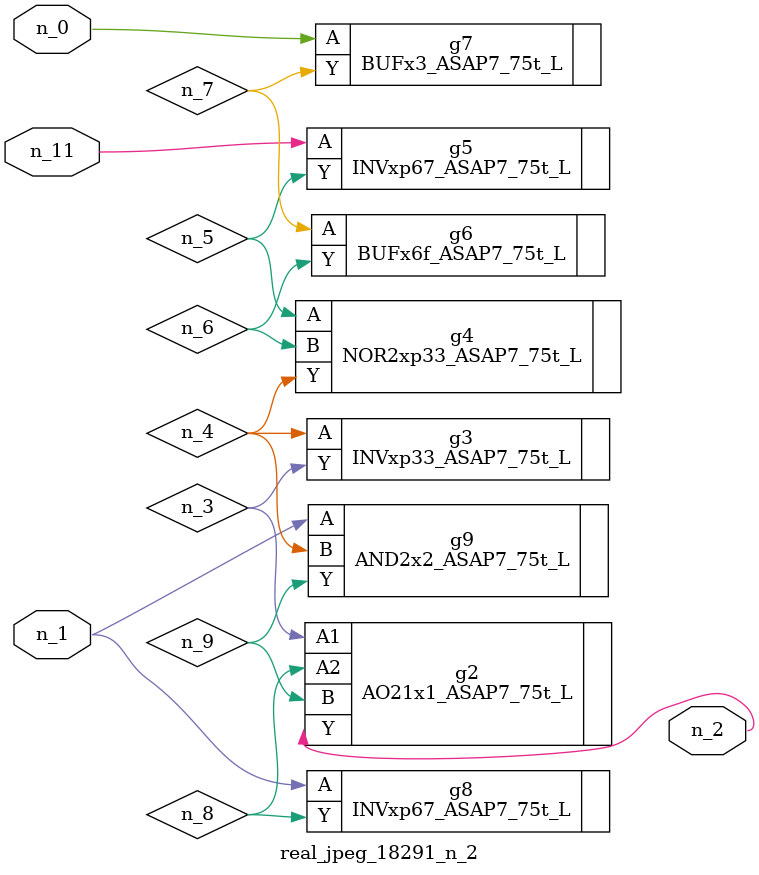
<source format=v>
module real_jpeg_18291_n_2 (n_1, n_11, n_0, n_2);

input n_1;
input n_11;
input n_0;

output n_2;

wire n_5;
wire n_8;
wire n_4;
wire n_6;
wire n_7;
wire n_3;
wire n_9;

BUFx3_ASAP7_75t_L g7 ( 
.A(n_0),
.Y(n_7)
);

INVxp67_ASAP7_75t_L g8 ( 
.A(n_1),
.Y(n_8)
);

AND2x2_ASAP7_75t_L g9 ( 
.A(n_1),
.B(n_4),
.Y(n_9)
);

AO21x1_ASAP7_75t_L g2 ( 
.A1(n_3),
.A2(n_8),
.B(n_9),
.Y(n_2)
);

INVxp33_ASAP7_75t_L g3 ( 
.A(n_4),
.Y(n_3)
);

NOR2xp33_ASAP7_75t_L g4 ( 
.A(n_5),
.B(n_6),
.Y(n_4)
);

BUFx6f_ASAP7_75t_L g6 ( 
.A(n_7),
.Y(n_6)
);

INVxp67_ASAP7_75t_L g5 ( 
.A(n_11),
.Y(n_5)
);


endmodule
</source>
